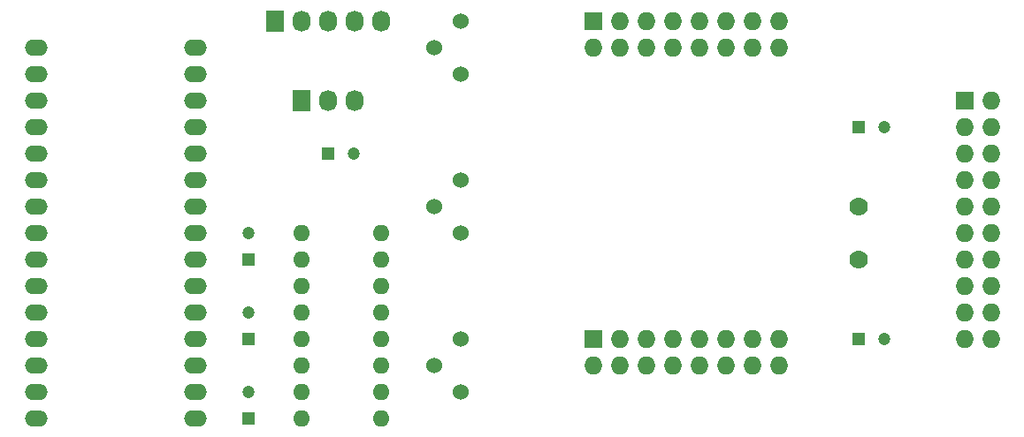
<source format=gbs>
G04 #@! TF.FileFunction,Soldermask,Bot*
%FSLAX46Y46*%
G04 Gerber Fmt 4.6, Leading zero omitted, Abs format (unit mm)*
G04 Created by KiCad (PCBNEW 4.0.5) date 12/27/16 23:39:24*
%MOMM*%
%LPD*%
G01*
G04 APERTURE LIST*
%ADD10C,0.100000*%
%ADD11R,1.200000X1.200000*%
%ADD12C,1.200000*%
%ADD13O,2.199640X1.524000*%
%ADD14O,2.197100X1.524000*%
%ADD15R,1.727200X2.032000*%
%ADD16O,1.727200X2.032000*%
%ADD17R,1.727200X1.727200*%
%ADD18O,1.727200X1.727200*%
%ADD19C,1.524000*%
%ADD20O,1.600000X1.600000*%
%ADD21C,1.778000*%
G04 APERTURE END LIST*
D10*
D11*
X73660000Y-68580000D03*
D12*
X73660000Y-66080000D03*
D11*
X73660000Y-76200000D03*
D12*
X73660000Y-73700000D03*
D11*
X81280000Y-58420000D03*
D12*
X83780000Y-58420000D03*
D11*
X73660000Y-83820000D03*
D12*
X73660000Y-81320000D03*
D11*
X132080000Y-55880000D03*
D12*
X134580000Y-55880000D03*
D11*
X132080000Y-76200000D03*
D12*
X134580000Y-76200000D03*
D13*
X68580000Y-83820000D03*
X68580000Y-81280000D03*
X68580000Y-78740000D03*
X68580000Y-76200000D03*
X68580000Y-73660000D03*
X68580000Y-71120000D03*
X68580000Y-68580000D03*
X68580000Y-66040000D03*
X68580000Y-63500000D03*
X68580000Y-60960000D03*
X68580000Y-58420000D03*
X68580000Y-55880000D03*
X68580000Y-53340000D03*
X68580000Y-50800000D03*
X68580000Y-48260000D03*
X53340000Y-48260000D03*
X53340000Y-50800000D03*
X53340000Y-53340000D03*
X53340000Y-55880000D03*
D14*
X53340000Y-58420000D03*
X53340000Y-60960000D03*
X53340000Y-63500000D03*
X53340000Y-66040000D03*
X53340000Y-68580000D03*
X53340000Y-71120000D03*
X53340000Y-73660000D03*
X53340000Y-76200000D03*
X53340000Y-78740000D03*
X53340000Y-81280000D03*
X53340000Y-83820000D03*
D15*
X78740000Y-53340000D03*
D16*
X81280000Y-53340000D03*
X83820000Y-53340000D03*
D17*
X142240000Y-53340000D03*
D18*
X144780000Y-53340000D03*
X142240000Y-55880000D03*
X144780000Y-55880000D03*
X142240000Y-58420000D03*
X144780000Y-58420000D03*
X142240000Y-60960000D03*
X144780000Y-60960000D03*
X142240000Y-63500000D03*
X144780000Y-63500000D03*
X142240000Y-66040000D03*
X144780000Y-66040000D03*
X142240000Y-68580000D03*
X144780000Y-68580000D03*
X142240000Y-71120000D03*
X144780000Y-71120000D03*
X142240000Y-73660000D03*
X144780000Y-73660000D03*
X142240000Y-76200000D03*
X144780000Y-76200000D03*
D15*
X76200000Y-45720000D03*
D16*
X78740000Y-45720000D03*
X81280000Y-45720000D03*
X83820000Y-45720000D03*
X86360000Y-45720000D03*
D17*
X106680000Y-76200000D03*
D18*
X106680000Y-78740000D03*
X109220000Y-76200000D03*
X109220000Y-78740000D03*
X111760000Y-76200000D03*
X111760000Y-78740000D03*
X114300000Y-76200000D03*
X114300000Y-78740000D03*
X116840000Y-76200000D03*
X116840000Y-78740000D03*
X119380000Y-76200000D03*
X119380000Y-78740000D03*
X121920000Y-76200000D03*
X121920000Y-78740000D03*
X124460000Y-76200000D03*
X124460000Y-78740000D03*
D17*
X106680000Y-45720000D03*
D18*
X106680000Y-48260000D03*
X109220000Y-45720000D03*
X109220000Y-48260000D03*
X111760000Y-45720000D03*
X111760000Y-48260000D03*
X114300000Y-45720000D03*
X114300000Y-48260000D03*
X116840000Y-45720000D03*
X116840000Y-48260000D03*
X119380000Y-45720000D03*
X119380000Y-48260000D03*
X121920000Y-45720000D03*
X121920000Y-48260000D03*
X124460000Y-45720000D03*
X124460000Y-48260000D03*
D19*
X91440000Y-48260000D03*
X93980000Y-45720000D03*
X93980000Y-50800000D03*
X91440000Y-63500000D03*
X93980000Y-60960000D03*
X93980000Y-66040000D03*
X91440000Y-78740000D03*
X93980000Y-76200000D03*
X93980000Y-81280000D03*
D20*
X78740000Y-66040000D03*
X78740000Y-68580000D03*
X78740000Y-71120000D03*
X78740000Y-73660000D03*
X78740000Y-76200000D03*
X78740000Y-78740000D03*
X78740000Y-81280000D03*
X78740000Y-83820000D03*
X86360000Y-83820000D03*
X86360000Y-81280000D03*
X86360000Y-78740000D03*
X86360000Y-76200000D03*
X86360000Y-73660000D03*
X86360000Y-71120000D03*
X86360000Y-68580000D03*
X86360000Y-66040000D03*
D21*
X132080000Y-63500000D03*
X132080000Y-68580000D03*
M02*

</source>
